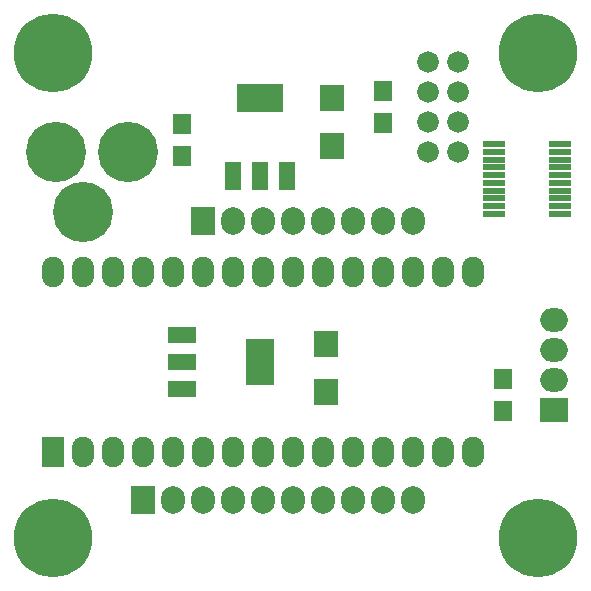
<source format=gbs>
G04 #@! TF.FileFunction,Soldermask,Bot*
%FSLAX46Y46*%
G04 Gerber Fmt 4.6, Leading zero omitted, Abs format (unit mm)*
G04 Created by KiCad (PCBNEW (after 2015-mar-04 BZR unknown)-product) date 7/19/2015 3:27:23 PM*
%MOMM*%
G01*
G04 APERTURE LIST*
%ADD10C,0.150000*%
%ADD11C,6.654800*%
%ADD12R,1.604800X1.804800*%
%ADD13R,2.004800X2.304800*%
%ADD14R,2.336800X2.032000*%
%ADD15O,2.336800X2.032000*%
%ADD16R,1.854800X0.554800*%
%ADD17R,3.962400X2.336800*%
%ADD18R,1.320800X2.336800*%
%ADD19R,1.879600X2.590800*%
%ADD20O,1.879600X2.590800*%
%ADD21R,2.336800X3.962400*%
%ADD22R,2.336800X1.320800*%
%ADD23C,5.105400*%
%ADD24C,1.828800*%
%ADD25R,2.032000X2.336800*%
%ADD26O,2.032000X2.336800*%
G04 APERTURE END LIST*
D10*
D11*
X14000000Y-55000000D03*
X55000000Y-55000000D03*
X55000000Y-14000000D03*
X14000000Y-14000000D03*
D12*
X41910000Y-17192000D03*
X41910000Y-19892000D03*
D13*
X37592000Y-17812000D03*
X37592000Y-21812000D03*
D14*
X56388000Y-44196000D03*
D15*
X56388000Y-41656000D03*
X56388000Y-39116000D03*
X56388000Y-36576000D03*
D16*
X56902000Y-21688000D03*
X56902000Y-22363000D03*
X56902000Y-23013000D03*
X56902000Y-23663000D03*
X56902000Y-24313000D03*
X56902000Y-24963000D03*
X56902000Y-25613000D03*
X56902000Y-26263000D03*
X56902000Y-26913000D03*
X56902000Y-27563000D03*
X51302000Y-27563000D03*
X51302000Y-26913000D03*
X51302000Y-26263000D03*
X51302000Y-25613000D03*
X51302000Y-24963000D03*
X51302000Y-24313000D03*
X51302000Y-23663000D03*
X51302000Y-23013000D03*
X51302000Y-22363000D03*
X51302000Y-21713000D03*
D17*
X31496000Y-17780000D03*
D18*
X31496000Y-24384000D03*
X29210000Y-24384000D03*
X33782000Y-24384000D03*
D19*
X13970000Y-47752000D03*
D20*
X16510000Y-47752000D03*
X19050000Y-47752000D03*
X21590000Y-47752000D03*
X24130000Y-47752000D03*
X26670000Y-47752000D03*
X29210000Y-47752000D03*
X31750000Y-47752000D03*
X34290000Y-47752000D03*
X36830000Y-47752000D03*
X39370000Y-47752000D03*
X41910000Y-47752000D03*
X44450000Y-47752000D03*
X46990000Y-47752000D03*
X49530000Y-47752000D03*
X49530000Y-32512000D03*
X46990000Y-32512000D03*
X44450000Y-32512000D03*
X41910000Y-32512000D03*
X39370000Y-32512000D03*
X36830000Y-32512000D03*
X34290000Y-32512000D03*
X31750000Y-32512000D03*
X29210000Y-32512000D03*
X26670000Y-32512000D03*
X24130000Y-32512000D03*
X21590000Y-32512000D03*
X19050000Y-32512000D03*
X16510000Y-32512000D03*
X13970000Y-32512000D03*
D12*
X24892000Y-22686000D03*
X24892000Y-19986000D03*
D13*
X37084000Y-38640000D03*
X37084000Y-42640000D03*
D12*
X52070000Y-41576000D03*
X52070000Y-44276000D03*
D21*
X31496000Y-40132000D03*
D22*
X24892000Y-40132000D03*
X24892000Y-37846000D03*
X24892000Y-42418000D03*
D23*
X14224000Y-22352000D03*
X20320000Y-22352000D03*
X16510000Y-27432000D03*
D24*
X48260000Y-22352000D03*
X45720000Y-22352000D03*
X48260000Y-19812000D03*
X45720000Y-19812000D03*
X48260000Y-17272000D03*
X45720000Y-17272000D03*
X48260000Y-14732000D03*
X45720000Y-14732000D03*
D25*
X21590000Y-51816000D03*
D26*
X24130000Y-51816000D03*
X26670000Y-51816000D03*
X29210000Y-51816000D03*
X31750000Y-51816000D03*
X34290000Y-51816000D03*
X36830000Y-51816000D03*
X39370000Y-51816000D03*
X41910000Y-51816000D03*
X44450000Y-51816000D03*
D25*
X26670000Y-28194000D03*
D26*
X29210000Y-28194000D03*
X31750000Y-28194000D03*
X34290000Y-28194000D03*
X36830000Y-28194000D03*
X39370000Y-28194000D03*
X41910000Y-28194000D03*
X44450000Y-28194000D03*
M02*

</source>
